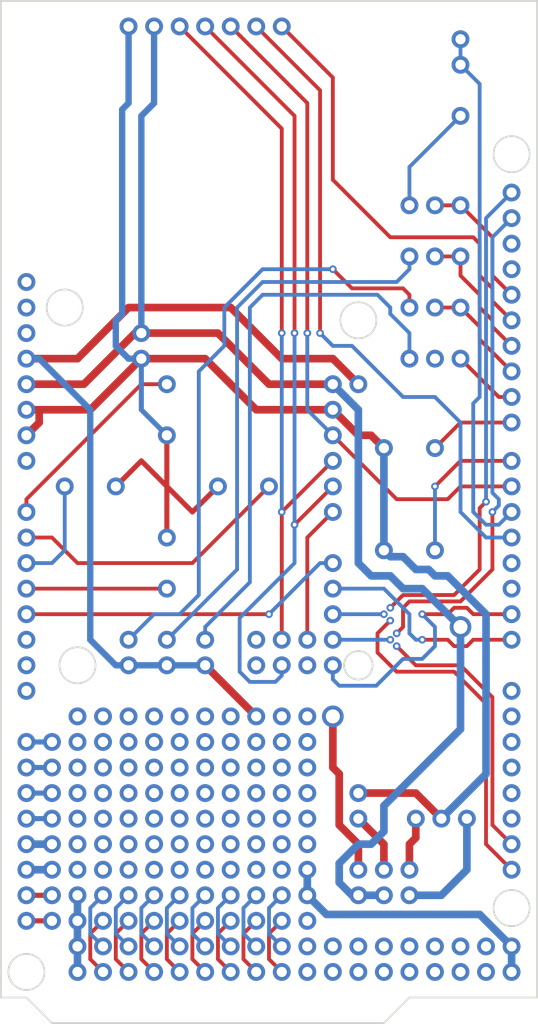
<source format=kicad_pcb>
(kicad_pcb (version 20171130) (host pcbnew "(5.1.9)-1")

  (general
    (thickness 1.6)
    (drawings 73)
    (tracks 625)
    (zones 0)
    (modules 0)
    (nets 1)
  )

  (page User 139.7 215.9)
  (layers
    (0 F.Cu mixed)
    (31 B.Cu mixed)
    (33 F.Adhes user hide)
    (35 F.Paste user hide)
    (37 F.SilkS user hide)
    (38 B.Mask user hide)
    (39 F.Mask user hide)
    (40 Dwgs.User user)
    (41 Cmts.User user hide)
    (42 Eco1.User user hide)
    (43 Eco2.User user hide)
    (44 Edge.Cuts user)
    (45 Margin user hide)
    (46 B.CrtYd user hide)
    (47 F.CrtYd user hide)
    (49 F.Fab user hide)
  )

  (setup
    (last_trace_width 0.762)
    (user_trace_width 0.381)
    (user_trace_width 0.508)
    (user_trace_width 0.635)
    (user_trace_width 0.762)
    (trace_clearance 0.254)
    (zone_clearance 0.508)
    (zone_45_only yes)
    (trace_min 0.1778)
    (via_size 1.524)
    (via_drill 0.889)
    (via_min_size 0.381)
    (via_min_drill 0.2794)
    (user_via 0.762 0.381)
    (user_via 1.27 0.635)
    (user_via 1.778 1.016)
    (user_via 2.286 1.524)
    (uvia_size 0.762)
    (uvia_drill 0.381)
    (uvias_allowed yes)
    (uvia_min_size 0.508)
    (uvia_min_drill 0.254)
    (edge_width 0.1778)
    (segment_width 0.1778)
    (pcb_text_width 0.3)
    (pcb_text_size 1.5 1.5)
    (mod_edge_width 0.1778)
    (mod_text_size 1 1)
    (mod_text_width 0.15)
    (pad_size 1.524 1.524)
    (pad_drill 0.762)
    (pad_to_mask_clearance 0)
    (aux_axis_origin 0 0)
    (grid_origin 8.89 8.89)
    (visible_elements 7FE8B01F)
    (pcbplotparams
      (layerselection 0x01000_ffffffff)
      (usegerberextensions false)
      (usegerberattributes true)
      (usegerberadvancedattributes true)
      (creategerberjobfile true)
      (gerberprecision 5)
      (excludeedgelayer true)
      (linewidth 0.127000)
      (plotframeref true)
      (viasonmask true)
      (mode 1)
      (useauxorigin false)
      (hpglpennumber 1)
      (hpglpenspeed 20)
      (hpglpendiameter 15.000000)
      (psnegative false)
      (psa4output false)
      (plotreference true)
      (plotvalue true)
      (plotinvisibletext false)
      (padsonsilk false)
      (subtractmaskfromsilk true)
      (outputformat 4)
      (mirror false)
      (drillshape 0)
      (scaleselection 1)
      (outputdirectory ""))
  )

  (net 0 "")

  (net_class Default "This is the default net class."
    (clearance 0.254)
    (trace_width 0.381)
    (via_dia 1.524)
    (via_drill 0.889)
    (uvia_dia 0.762)
    (uvia_drill 0.381)
  )

  (gr_line (start 69.215 99.695) (end 61.595 99.695) (layer Dwgs.User) (width 0.1778) (tstamp 60C163E5))
  (gr_line (start 69.215 89.535) (end 69.215 99.695) (layer Dwgs.User) (width 0.1778))
  (gr_line (start 61.595 89.535) (end 69.215 89.535) (layer Dwgs.User) (width 0.1778))
  (gr_line (start 61.595 99.06) (end 61.595 89.535) (layer Dwgs.User) (width 0.1778))
  (gr_line (start 61.595 99.695) (end 61.595 99.06) (layer Dwgs.User) (width 0.1778))
  (gr_line (start 55.88 93.98) (end 58.42 93.98) (layer Dwgs.User) (width 0.1778) (tstamp 60C163A4))
  (gr_line (start 58.42 99.06) (end 58.42 93.98) (layer Dwgs.User) (width 0.1778))
  (gr_line (start 55.88 99.06) (end 58.42 99.06) (layer Dwgs.User) (width 0.1778))
  (gr_line (start 55.88 93.98) (end 55.88 99.06) (layer Dwgs.User) (width 0.1778))
  (gr_circle (center 27.94 46.99) (end 29.21 48.26) (layer Edge.Cuts) (width 0.1778) (tstamp 604DB379))
  (gr_line (start 63.5 101.6) (end 55.88 101.6) (layer Dwgs.User) (width 0.1778) (tstamp 60C161F9))
  (gr_line (start 64.135 102.235) (end 63.5 101.6) (layer Dwgs.User) (width 0.1778))
  (gr_line (start 69.215 102.235) (end 64.135 102.235) (layer Dwgs.User) (width 0.1778))
  (gr_line (start 69.85 102.87) (end 69.215 102.235) (layer Dwgs.User) (width 0.1778))
  (gr_line (start 69.85 105.41) (end 69.85 102.87) (layer Dwgs.User) (width 0.1778))
  (gr_line (start 69.215 106.045) (end 69.85 105.41) (layer Dwgs.User) (width 0.1778))
  (gr_line (start 64.135 106.045) (end 69.215 106.045) (layer Dwgs.User) (width 0.1778))
  (gr_line (start 63.5 106.68) (end 64.135 106.045) (layer Dwgs.User) (width 0.1778))
  (gr_line (start 55.88 106.68) (end 63.5 106.68) (layer Dwgs.User) (width 0.1778))
  (gr_line (start 55.88 101.6) (end 55.88 106.68) (layer Dwgs.User) (width 0.1778))
  (gr_poly (pts (xy 61.595 84.201) (xy 60.325 82.296) (xy 62.23 82.296)) (layer Dwgs.User) (width 0.1))
  (gr_line (start 61.595 81.407) (end 62.865 83.185) (layer Dwgs.User) (width 0.1778))
  (gr_line (start 54.61 87.63) (end 67.31 78.74) (layer Dwgs.User) (width 0.1778))
  (gr_circle (center 57.15 48.26) (end 58.946051 48.26) (layer Edge.Cuts) (width 0.1778))
  (gr_line (start 62.23 115.57) (end 74.93 115.57) (layer Edge.Cuts) (width 0.1778) (tstamp 5FDE6659))
  (gr_line (start 59.69 118.11) (end 26.67 118.11) (layer Edge.Cuts) (width 0.1778) (tstamp 5FDE6656))
  (gr_circle (center 24.13 113.03) (end 25.4 114.3) (layer Edge.Cuts) (width 0.1778))
  (gr_line (start 59.69 118.11) (end 62.23 115.57) (layer Edge.Cuts) (width 0.1778))
  (gr_circle (center 72.39 106.68) (end 73.66 107.95) (layer Edge.Cuts) (width 0.1778))
  (gr_line (start 24.13 115.57) (end 26.67 118.11) (layer Edge.Cuts) (width 0.1778))
  (gr_line (start 21.59 115.57) (end 24.13 115.57) (layer Edge.Cuts) (width 0.1778))
  (gr_circle (center 29.21 82.55) (end 30.48 83.82) (layer Edge.Cuts) (width 0.1778))
  (gr_circle (center 57.15 82.55) (end 58.42 83.185) (layer Edge.Cuts) (width 0.1778))
  (gr_circle (center 72.39 31.75) (end 73.66 30.48) (layer Edge.Cuts) (width 0.1778))
  (gr_line (start 74.93 16.51) (end 21.59 16.51) (layer Edge.Cuts) (width 0.1778) (tstamp 5FC4A363))
  (gr_line (start 74.93 115.57) (end 74.93 16.51) (layer Edge.Cuts) (width 0.1778))
  (gr_line (start 21.59 16.51) (end 21.59 115.57) (layer Edge.Cuts) (width 0.1778))
  (gr_line (start 68.58 49.53) (end 68.58 45.72) (layer Dwgs.User) (width 0.15))
  (gr_line (start 60.96 49.53) (end 68.58 49.53) (layer Dwgs.User) (width 0.15))
  (gr_line (start 68.58 45.72) (end 60.96 45.72) (layer Dwgs.User) (width 0.15) (tstamp 5FC35979))
  (gr_line (start 60.96 45.72) (end 60.96 49.53) (layer Dwgs.User) (width 0.15))
  (gr_line (start 68.58 40.64) (end 60.96 40.64) (layer Dwgs.User) (width 0.15) (tstamp 5FC3595A))
  (gr_line (start 60.96 44.45) (end 68.58 44.45) (layer Dwgs.User) (width 0.15))
  (gr_line (start 60.96 40.64) (end 60.96 44.45) (layer Dwgs.User) (width 0.15))
  (gr_line (start 68.58 44.45) (end 68.58 40.64) (layer Dwgs.User) (width 0.15))
  (gr_line (start 68.58 35.56) (end 60.96 35.56) (layer Dwgs.User) (width 0.15) (tstamp 5FC35953))
  (gr_line (start 60.96 35.56) (end 60.96 39.37) (layer Dwgs.User) (width 0.15))
  (gr_line (start 60.96 39.37) (end 68.58 39.37) (layer Dwgs.User) (width 0.15))
  (gr_line (start 68.58 39.37) (end 68.58 35.56) (layer Dwgs.User) (width 0.15))
  (gr_circle (center 30.48 64.77) (end 33.02 64.77) (layer Dwgs.User) (width 0.15))
  (gr_circle (center 62.23 71.12) (end 64.77 71.12) (layer Dwgs.User) (width 0.15))
  (gr_line (start 25.4 45.72) (end 59.69 45.72) (layer Dwgs.User) (width 0.15))
  (gr_line (start 59.69 22.86) (end 25.4 22.86) (layer Dwgs.User) (width 0.15))
  (gr_line (start 68.58 50.8) (end 60.96 50.8) (layer Dwgs.User) (width 0.15) (tstamp 5FC3597F))
  (gr_line (start 68.58 54.61) (end 68.58 50.8) (layer Dwgs.User) (width 0.15))
  (gr_line (start 60.96 54.61) (end 68.58 54.61) (layer Dwgs.User) (width 0.15))
  (gr_line (start 60.96 50.8) (end 60.96 54.61) (layer Dwgs.User) (width 0.15))
  (gr_circle (center 67.31 24.13) (end 67.31 30.48) (layer Dwgs.User) (width 0.15))
  (gr_circle (center 45.72 64.77) (end 48.26 64.77) (layer Dwgs.User) (width 0.15))
  (gr_circle (center 38.1 72.39) (end 38.1 69.85) (layer Dwgs.User) (width 0.15))
  (gr_circle (center 38.1 57.15) (end 38.1 54.61) (layer Dwgs.User) (width 0.15))
  (gr_circle (center 62.23 60.96) (end 64.77 60.96) (layer Dwgs.User) (width 0.15))
  (gr_line (start 59.69 17.78) (end 25.4 17.78) (layer Dwgs.User) (width 0.15) (tstamp 5FC3435D))
  (gr_line (start 59.69 50.8) (end 59.69 17.78) (layer Dwgs.User) (width 0.15))
  (gr_line (start 25.4 50.8) (end 59.69 50.8) (layer Dwgs.User) (width 0.15))
  (gr_line (start 25.4 17.78) (end 25.4 50.8) (layer Dwgs.User) (width 0.15))
  (gr_line (start 53.34 78.74) (end 45.72 78.74) (layer Dwgs.User) (width 0.15) (tstamp 5FC342E7))
  (gr_line (start 53.34 83.82) (end 53.34 78.74) (layer Dwgs.User) (width 0.15))
  (gr_line (start 45.72 83.82) (end 53.34 83.82) (layer Dwgs.User) (width 0.15))
  (gr_line (start 45.72 78.74) (end 45.72 83.82) (layer Dwgs.User) (width 0.15))
  (gr_circle (center 41.91 81.28) (end 41.91 79.375) (layer Dwgs.User) (width 0.15))
  (gr_circle (center 38.1 81.28) (end 38.1 79.375) (layer Dwgs.User) (width 0.15))
  (gr_circle (center 34.29 81.28) (end 34.29 79.375) (layer Dwgs.User) (width 0.15))

  (via blind (at 49.53 67.31) (size 0.762) (drill 0.381) (layers F.Cu B.Cu) (net 0))
  (segment (start 38.1 59.69) (end 38.1 59.69) (width 0.381) (layer F.Cu) (net 0))
  (segment (start 33.02 64.77) (end 33.02 64.77) (width 0.381) (layer F.Cu) (net 0))
  (segment (start 49.53 82.55) (end 49.53 82.55) (width 0.381) (layer B.Cu) (net 0) (tstamp 5FC45E05))
  (segment (start 27.94 64.77) (end 27.94 64.77) (width 0.381) (layer B.Cu) (net 0) (tstamp 5FC45E01))
  (segment (start 38.1 54.61) (end 38.1 54.61) (width 0.381) (layer F.Cu) (net 0) (tstamp 5FC45DED))
  (segment (start 35.56 54.61) (end 24.13 66.04) (width 0.381) (layer F.Cu) (net 0))
  (segment (start 24.13 66.04) (end 24.13 67.31) (width 0.381) (layer F.Cu) (net 0))
  (segment (start 38.1 74.93) (end 38.1 74.93) (width 0.381) (layer F.Cu) (net 0))
  (segment (start 26.67 72.39) (end 24.13 72.39) (width 0.381) (layer B.Cu) (net 0))
  (segment (start 48.26 64.77) (end 48.26 64.77) (width 0.381) (layer F.Cu) (net 0))
  (segment (start 40.64 72.39) (end 29.21 72.39) (width 0.381) (layer F.Cu) (net 0))
  (segment (start 29.21 72.39) (end 26.67 69.85) (width 0.381) (layer F.Cu) (net 0))
  (segment (start 26.67 69.85) (end 24.13 69.85) (width 0.381) (layer F.Cu) (net 0))
  (via blind (at 50.8 68.58) (size 0.762) (drill 0.381) (layers F.Cu B.Cu) (net 0))
  (segment (start 67.31 64.77) (end 66.04 66.04) (width 0.381) (layer F.Cu) (net 0))
  (segment (start 67.31 62.23) (end 64.77 64.77) (width 0.381) (layer F.Cu) (net 0))
  (via blind (at 64.77 64.77) (size 0.762) (drill 0.381) (layers F.Cu B.Cu) (net 0))
  (segment (start 62.23 52.07) (end 62.23 52.07) (width 0.381) (layer B.Cu) (net 0) (tstamp 5FC36994))
  (segment (start 62.23 46.99) (end 62.23 46.99) (width 0.381) (layer F.Cu) (net 0) (tstamp 5FC36992))
  (segment (start 62.23 41.91) (end 62.23 41.91) (width 0.381) (layer B.Cu) (net 0) (tstamp 5FC3698C))
  (segment (start 62.23 36.83) (end 62.23 36.83) (width 0.381) (layer B.Cu) (net 0) (tstamp 5FC3698A))
  (segment (start 43.815 46.99) (end 43.815 50.8) (width 0.381) (layer B.Cu) (net 0))
  (segment (start 47.625 43.18) (end 43.815 46.99) (width 0.381) (layer B.Cu) (net 0))
  (segment (start 47.625 44.45) (end 45.085 46.99) (width 0.381) (layer B.Cu) (net 0))
  (segment (start 62.23 43.18) (end 60.96 44.45) (width 0.381) (layer B.Cu) (net 0))
  (via (at 49.53 49.53) (size 0.762) (drill 0.381) (layers F.Cu B.Cu) (net 0))
  (segment (start 49.53 49.53) (end 49.53 67.31) (width 0.381) (layer B.Cu) (net 0) (tstamp 5FC36653))
  (via (at 50.8 49.53) (size 0.762) (drill 0.381) (layers F.Cu B.Cu) (net 0))
  (via (at 52.07 49.53) (size 0.762) (drill 0.381) (layers F.Cu B.Cu) (net 0))
  (segment (start 52.07 49.53) (end 52.07 57.15) (width 0.381) (layer B.Cu) (net 0) (tstamp 5FC3664F))
  (segment (start 52.07 57.15) (end 54.61 59.69) (width 0.381) (layer B.Cu) (net 0))
  (segment (start 48.26 54.61) (end 43.18 49.53) (width 0.762) (layer F.Cu) (net 0))
  (segment (start 43.18 49.53) (end 35.56 49.53) (width 0.762) (layer F.Cu) (net 0))
  (segment (start 62.23 33.02) (end 67.31 27.94) (width 0.381) (layer B.Cu) (net 0))
  (segment (start 52.07 69.85) (end 52.07 80.01) (width 0.381) (layer F.Cu) (net 0))
  (segment (start 49.53 67.31) (end 49.53 80.01) (width 0.381) (layer F.Cu) (net 0) (tstamp 5FC35249))
  (segment (start 27.94 71.12) (end 26.67 72.39) (width 0.381) (layer B.Cu) (net 0))
  (segment (start 49.53 80.01) (end 49.53 68.58) (width 0.381) (layer F.Cu) (net 0) (tstamp 5FC36604))
  (segment (start 49.53 82.55) (end 49.53 82.55) (width 0.381) (layer B.Cu) (net 0))
  (segment (start 38.1 69.85) (end 38.1 69.85) (width 0.381) (layer F.Cu) (net 0) (tstamp 5FC45DEF))
  (segment (start 38.1 69.85) (end 38.1 69.85) (width 0.381) (layer F.Cu) (net 0) (tstamp 5FC369FD))
  (segment (start 49.53 82.55) (end 49.53 82.55) (width 0.381) (layer B.Cu) (net 0) (tstamp 5FC36606))
  (via (at 49.53 105.41) (size 1.778) (drill 1.016) (layers F.Cu B.Cu) (net 0))
  (via (at 46.99 105.41) (size 1.778) (drill 1.016) (layers F.Cu B.Cu) (net 0))
  (via (at 44.45 105.41) (size 1.778) (drill 1.016) (layers F.Cu B.Cu) (net 0))
  (via (at 41.91 105.41) (size 1.778) (drill 1.016) (layers F.Cu B.Cu) (net 0))
  (via (at 39.37 105.41) (size 1.778) (drill 1.016) (layers F.Cu B.Cu) (net 0))
  (via (at 36.83 105.41) (size 1.778) (drill 1.016) (layers F.Cu B.Cu) (net 0))
  (via (at 34.29 105.41) (size 1.778) (drill 1.016) (layers F.Cu B.Cu) (net 0))
  (via (at 31.75 105.41) (size 1.778) (drill 1.016) (layers F.Cu B.Cu) (net 0))
  (via (at 29.21 105.41) (size 1.778) (drill 1.016) (layers F.Cu B.Cu) (net 0))
  (via (at 29.21 107.95) (size 1.778) (drill 1.016) (layers F.Cu B.Cu) (net 0))
  (via (at 29.21 110.49) (size 1.778) (drill 1.016) (layers F.Cu B.Cu) (net 0))
  (via (at 29.21 113.03) (size 1.778) (drill 1.016) (layers F.Cu B.Cu) (net 0))
  (via (at 31.75 113.03) (size 1.778) (drill 1.016) (layers F.Cu B.Cu) (net 0))
  (via (at 31.75 110.49) (size 1.778) (drill 1.016) (layers F.Cu B.Cu) (net 0))
  (via (at 31.75 107.95) (size 1.778) (drill 1.016) (layers F.Cu B.Cu) (net 0))
  (via (at 34.29 107.95) (size 1.778) (drill 1.016) (layers F.Cu B.Cu) (net 0))
  (via (at 34.29 110.49) (size 1.778) (drill 1.016) (layers F.Cu B.Cu) (net 0))
  (via (at 34.29 113.03) (size 1.778) (drill 1.016) (layers F.Cu B.Cu) (net 0))
  (via (at 36.83 113.03) (size 1.778) (drill 1.016) (layers F.Cu B.Cu) (net 0))
  (via (at 36.83 110.49) (size 1.778) (drill 1.016) (layers F.Cu B.Cu) (net 0))
  (via (at 36.83 107.95) (size 1.778) (drill 1.016) (layers F.Cu B.Cu) (net 0))
  (via (at 39.37 107.95) (size 1.778) (drill 1.016) (layers F.Cu B.Cu) (net 0))
  (via (at 39.37 110.49) (size 1.778) (drill 1.016) (layers F.Cu B.Cu) (net 0))
  (via (at 39.37 113.03) (size 1.778) (drill 1.016) (layers F.Cu B.Cu) (net 0))
  (via (at 49.53 107.95) (size 1.778) (drill 1.016) (layers F.Cu B.Cu) (net 0))
  (via (at 46.99 107.95) (size 1.778) (drill 1.016) (layers F.Cu B.Cu) (net 0))
  (via (at 44.45 107.95) (size 1.778) (drill 1.016) (layers F.Cu B.Cu) (net 0))
  (via (at 41.91 107.95) (size 1.778) (drill 1.016) (layers F.Cu B.Cu) (net 0))
  (via (at 41.91 110.49) (size 1.778) (drill 1.016) (layers F.Cu B.Cu) (net 0))
  (via (at 41.91 113.03) (size 1.778) (drill 1.016) (layers F.Cu B.Cu) (net 0))
  (via (at 44.45 113.03) (size 1.778) (drill 1.016) (layers F.Cu B.Cu) (net 0))
  (via (at 44.45 110.49) (size 1.778) (drill 1.016) (layers F.Cu B.Cu) (net 0))
  (via (at 49.53 82.55) (size 1.778) (drill 1.016) (layers F.Cu B.Cu) (net 0))
  (via (at 49.53 80.01) (size 1.778) (drill 1.016) (layers F.Cu B.Cu) (net 0))
  (via (at 52.07 80.01) (size 1.778) (drill 1.016) (layers F.Cu B.Cu) (net 0))
  (via (at 52.07 82.55) (size 1.778) (drill 1.016) (layers F.Cu B.Cu) (net 0))
  (via (at 46.99 80.01) (size 1.778) (drill 1.016) (layers F.Cu B.Cu) (net 0))
  (via (at 46.99 82.55) (size 1.778) (drill 1.016) (layers F.Cu B.Cu) (net 0))
  (via (at 54.61 82.55) (size 1.778) (drill 1.016) (layers F.Cu B.Cu) (net 0))
  (via (at 54.61 80.01) (size 1.778) (drill 1.016) (layers F.Cu B.Cu) (net 0))
  (via (at 54.61 77.47) (size 1.778) (drill 1.016) (layers F.Cu B.Cu) (net 0))
  (via (at 54.61 74.93) (size 1.778) (drill 1.016) (layers F.Cu B.Cu) (net 0))
  (via (at 41.91 82.55) (size 1.778) (drill 1.016) (layers F.Cu B.Cu) (net 0))
  (via (at 41.91 80.01) (size 1.778) (drill 1.016) (layers F.Cu B.Cu) (net 0))
  (via (at 38.1 80.01) (size 1.778) (drill 1.016) (layers F.Cu B.Cu) (net 0))
  (via (at 38.1 82.55) (size 1.778) (drill 1.016) (layers F.Cu B.Cu) (net 0))
  (via (at 34.29 80.01) (size 1.778) (drill 1.016) (layers F.Cu B.Cu) (net 0))
  (via (at 24.13 74.93) (size 1.778) (drill 1.016) (layers F.Cu B.Cu) (net 0))
  (via (at 24.13 72.39) (size 1.778) (drill 1.016) (layers F.Cu B.Cu) (net 0))
  (via (at 24.13 69.85) (size 1.778) (drill 1.016) (layers F.Cu B.Cu) (net 0))
  (via (at 24.13 67.31) (size 1.778) (drill 1.016) (layers F.Cu B.Cu) (net 0))
  (via (at 24.13 90.17) (size 1.778) (drill 1.016) (layers F.Cu B.Cu) (net 0))
  (via (at 24.13 85.09) (size 1.778) (drill 1.016) (layers F.Cu B.Cu) (net 0))
  (via (at 24.13 82.55) (size 1.778) (drill 1.016) (layers F.Cu B.Cu) (net 0))
  (via (at 24.13 80.01) (size 1.778) (drill 1.016) (layers F.Cu B.Cu) (net 0))
  (via (at 24.13 92.71) (size 1.778) (drill 1.016) (layers F.Cu B.Cu) (net 0))
  (via (at 26.67 92.71) (size 1.778) (drill 1.016) (layers F.Cu B.Cu) (net 0))
  (via (at 26.67 90.17) (size 1.778) (drill 1.016) (layers F.Cu B.Cu) (net 0))
  (via (at 72.39 80.01) (size 1.778) (drill 1.016) (layers F.Cu B.Cu) (net 0))
  (via (at 72.39 77.47) (size 1.778) (drill 1.016) (layers F.Cu B.Cu) (net 0))
  (via (at 72.39 74.93) (size 1.778) (drill 1.016) (layers F.Cu B.Cu) (net 0))
  (via (at 72.39 72.39) (size 1.778) (drill 1.016) (layers F.Cu B.Cu) (net 0))
  (via (at 72.39 67.31) (size 1.778) (drill 1.016) (layers F.Cu B.Cu) (net 0))
  (segment (start 72.39 64.77) (end 67.31 64.77) (width 0.381) (layer F.Cu) (net 0) (tstamp 5FDE63AB))
  (via (at 72.39 64.77) (size 1.778) (drill 1.016) (layers F.Cu B.Cu) (net 0))
  (segment (start 72.39 62.23) (end 67.31 62.23) (width 0.381) (layer F.Cu) (net 0) (tstamp 5FDE63AD))
  (via (at 72.39 62.23) (size 1.778) (drill 1.016) (layers F.Cu B.Cu) (net 0))
  (via (at 72.39 58.42) (size 1.778) (drill 1.016) (layers F.Cu B.Cu) (net 0))
  (via (at 72.39 55.88) (size 1.778) (drill 1.016) (layers F.Cu B.Cu) (net 0))
  (via (at 72.39 53.34) (size 1.778) (drill 1.016) (layers F.Cu B.Cu) (net 0))
  (via (at 72.39 50.8) (size 1.778) (drill 1.016) (layers F.Cu B.Cu) (net 0))
  (via (at 72.39 48.26) (size 1.778) (drill 1.016) (layers F.Cu B.Cu) (net 0))
  (via (at 72.39 45.72) (size 1.778) (drill 1.016) (layers F.Cu B.Cu) (net 0))
  (via (at 72.39 43.18) (size 1.778) (drill 1.016) (layers F.Cu B.Cu) (net 0))
  (via (at 72.39 40.64) (size 1.778) (drill 1.016) (layers F.Cu B.Cu) (net 0))
  (via (at 72.39 38.1) (size 1.778) (drill 1.016) (layers F.Cu B.Cu) (net 0))
  (via (at 72.39 35.56) (size 1.778) (drill 1.016) (layers F.Cu B.Cu) (net 0))
  (segment (start 64.77 36.83) (end 64.77 36.83) (width 0.381) (layer F.Cu) (net 0) (tstamp 5FDE63BF))
  (via (at 67.31 36.83) (size 1.778) (drill 1.016) (layers F.Cu B.Cu) (net 0))
  (via (at 64.77 36.83) (size 1.778) (drill 1.016) (layers F.Cu B.Cu) (net 0))
  (via (at 62.23 36.83) (size 1.778) (drill 1.016) (layers F.Cu B.Cu) (net 0))
  (via (at 62.23 41.91) (size 1.778) (drill 1.016) (layers F.Cu B.Cu) (net 0))
  (segment (start 62.23 41.91) (end 62.23 43.18) (width 0.381) (layer B.Cu) (net 0) (tstamp 5FDE63C3))
  (via (at 64.77 41.91) (size 1.778) (drill 1.016) (layers F.Cu B.Cu) (net 0))
  (segment (start 64.77 41.91) (end 64.77 41.91) (width 0.381) (layer F.Cu) (net 0) (tstamp 5FDE63C5))
  (via (at 67.31 41.91) (size 1.778) (drill 1.016) (layers F.Cu B.Cu) (net 0))
  (segment (start 64.77 46.99) (end 64.77 46.99) (width 0.381) (layer F.Cu) (net 0) (tstamp 5FDE63C7))
  (via (at 67.31 46.99) (size 1.778) (drill 1.016) (layers F.Cu B.Cu) (net 0))
  (via (at 64.77 46.99) (size 1.778) (drill 1.016) (layers F.Cu B.Cu) (net 0))
  (via (at 62.23 46.99) (size 1.778) (drill 1.016) (layers F.Cu B.Cu) (net 0))
  (via (at 62.23 52.07) (size 1.778) (drill 1.016) (layers F.Cu B.Cu) (net 0))
  (via (at 64.77 52.07) (size 1.778) (drill 1.016) (layers F.Cu B.Cu) (net 0))
  (segment (start 64.77 52.07) (end 64.77 52.07) (width 0.381) (layer F.Cu) (net 0) (tstamp 5FDE63CD))
  (via (at 67.31 52.07) (size 1.778) (drill 1.016) (layers F.Cu B.Cu) (net 0))
  (via (at 64.77 60.96) (size 1.778) (drill 1.016) (layers F.Cu B.Cu) (net 0))
  (via (at 59.69 60.96) (size 1.778) (drill 1.016) (layers F.Cu B.Cu) (net 0))
  (via (at 64.77 71.12) (size 1.778) (drill 1.016) (layers F.Cu B.Cu) (net 0))
  (via (at 59.69 71.12) (size 1.778) (drill 1.016) (layers F.Cu B.Cu) (net 0))
  (segment (start 54.61 67.31) (end 52.07 69.85) (width 0.381) (layer F.Cu) (net 0) (tstamp 5FDE63D7))
  (via (at 54.61 67.31) (size 1.778) (drill 1.016) (layers F.Cu B.Cu) (net 0))
  (segment (start 54.61 64.77) (end 50.8 68.58) (width 0.381) (layer F.Cu) (net 0) (tstamp 5FDE63D9))
  (via (at 54.61 64.77) (size 1.778) (drill 1.016) (layers F.Cu B.Cu) (net 0))
  (segment (start 54.61 62.23) (end 49.53 67.31) (width 0.381) (layer F.Cu) (net 0) (tstamp 5FDE63DB))
  (via (at 54.61 62.23) (size 1.778) (drill 1.016) (layers F.Cu B.Cu) (net 0))
  (via (at 54.61 59.69) (size 1.778) (drill 1.016) (layers F.Cu B.Cu) (net 0))
  (via (at 54.61 57.15) (size 1.778) (drill 1.016) (layers F.Cu B.Cu) (net 0))
  (segment (start 54.61 54.61) (end 48.26 54.61) (width 0.762) (layer F.Cu) (net 0) (tstamp 5FDE63E1))
  (via (at 54.61 54.61) (size 1.778) (drill 1.016) (layers F.Cu B.Cu) (net 0))
  (segment (start 48.26 64.77) (end 40.64 72.39) (width 0.381) (layer F.Cu) (net 0) (tstamp 5FDE63E3))
  (via (at 48.26 64.77) (size 1.778) (drill 1.016) (layers F.Cu B.Cu) (net 0))
  (segment (start 43.18 64.77) (end 43.18 64.77) (width 0.381) (layer F.Cu) (net 0) (tstamp 5FDE63E5))
  (via (at 43.18 64.77) (size 1.778) (drill 1.016) (layers F.Cu B.Cu) (net 0))
  (segment (start 38.1 69.85) (end 38.1 69.85) (width 0.381) (layer F.Cu) (net 0) (tstamp 5FDE63F6))
  (via (at 38.1 69.85) (size 1.778) (drill 1.016) (layers F.Cu B.Cu) (net 0))
  (segment (start 38.1 74.93) (end 24.13 74.93) (width 0.381) (layer F.Cu) (net 0) (tstamp 5FDE63F8))
  (via (at 38.1 74.93) (size 1.778) (drill 1.016) (layers F.Cu B.Cu) (net 0))
  (segment (start 38.1 54.61) (end 35.56 54.61) (width 0.381) (layer F.Cu) (net 0) (tstamp 5FDE63FA))
  (via (at 38.1 54.61) (size 1.778) (drill 1.016) (layers F.Cu B.Cu) (net 0))
  (via (at 38.1 59.69) (size 1.778) (drill 1.016) (layers F.Cu B.Cu) (net 0))
  (via (at 33.02 64.77) (size 1.778) (drill 1.016) (layers F.Cu B.Cu) (net 0))
  (segment (start 27.94 64.77) (end 27.94 71.12) (width 0.381) (layer B.Cu) (net 0) (tstamp 5FDE6400))
  (via (at 27.94 64.77) (size 1.778) (drill 1.016) (layers F.Cu B.Cu) (net 0))
  (via (at 52.07 87.63) (size 1.778) (drill 1.016) (layers F.Cu B.Cu) (net 0))
  (via (at 49.53 87.63) (size 1.778) (drill 1.016) (layers F.Cu B.Cu) (net 0))
  (via (at 46.99 87.63) (size 1.778) (drill 1.016) (layers F.Cu B.Cu) (net 0))
  (via (at 44.45 87.63) (size 1.778) (drill 1.016) (layers F.Cu B.Cu) (net 0))
  (via (at 41.91 87.63) (size 1.778) (drill 1.016) (layers F.Cu B.Cu) (net 0))
  (via (at 39.37 87.63) (size 1.778) (drill 1.016) (layers F.Cu B.Cu) (net 0))
  (via (at 36.83 87.63) (size 1.778) (drill 1.016) (layers F.Cu B.Cu) (net 0))
  (via (at 34.29 87.63) (size 1.778) (drill 1.016) (layers F.Cu B.Cu) (net 0))
  (via (at 31.75 87.63) (size 1.778) (drill 1.016) (layers F.Cu B.Cu) (net 0))
  (via (at 31.75 90.17) (size 1.778) (drill 1.016) (layers F.Cu B.Cu) (net 0))
  (via (at 31.75 92.71) (size 1.778) (drill 1.016) (layers F.Cu B.Cu) (net 0))
  (via (at 31.75 95.25) (size 1.778) (drill 1.016) (layers F.Cu B.Cu) (net 0))
  (via (at 31.75 97.79) (size 1.778) (drill 1.016) (layers F.Cu B.Cu) (net 0))
  (via (at 31.75 100.33) (size 1.778) (drill 1.016) (layers F.Cu B.Cu) (net 0))
  (via (at 31.75 102.87) (size 1.778) (drill 1.016) (layers F.Cu B.Cu) (net 0))
  (via (at 29.21 102.87) (size 1.778) (drill 1.016) (layers F.Cu B.Cu) (net 0))
  (via (at 26.67 102.87) (size 1.778) (drill 1.016) (layers F.Cu B.Cu) (net 0))
  (via (at 26.67 100.33) (size 1.778) (drill 1.016) (layers F.Cu B.Cu) (net 0))
  (via (at 24.13 100.33) (size 1.778) (drill 1.016) (layers F.Cu B.Cu) (net 0))
  (via (at 24.13 97.79) (size 1.778) (drill 1.016) (layers F.Cu B.Cu) (net 0))
  (via (at 26.67 97.79) (size 1.778) (drill 1.016) (layers F.Cu B.Cu) (net 0))
  (via (at 26.67 95.25) (size 1.778) (drill 1.016) (layers F.Cu B.Cu) (net 0))
  (via (at 24.13 95.25) (size 1.778) (drill 1.016) (layers F.Cu B.Cu) (net 0))
  (via (at 26.67 105.41) (size 1.778) (drill 1.016) (layers F.Cu B.Cu) (net 0))
  (via (at 24.13 105.41) (size 1.778) (drill 1.016) (layers F.Cu B.Cu) (net 0))
  (via (at 24.13 107.95) (size 1.778) (drill 1.016) (layers F.Cu B.Cu) (net 0))
  (via (at 24.13 102.87) (size 1.778) (drill 1.016) (layers F.Cu B.Cu) (net 0))
  (via (at 26.67 107.95) (size 1.778) (drill 1.016) (layers F.Cu B.Cu) (net 0))
  (via (at 29.21 100.33) (size 1.778) (drill 1.016) (layers F.Cu B.Cu) (net 0))
  (via (at 29.21 97.79) (size 1.778) (drill 1.016) (layers F.Cu B.Cu) (net 0))
  (via (at 29.21 95.25) (size 1.778) (drill 1.016) (layers F.Cu B.Cu) (net 0))
  (via (at 29.21 92.71) (size 1.778) (drill 1.016) (layers F.Cu B.Cu) (net 0))
  (via (at 29.21 90.17) (size 1.778) (drill 1.016) (layers F.Cu B.Cu) (net 0))
  (via (at 29.21 87.63) (size 1.778) (drill 1.016) (layers F.Cu B.Cu) (net 0))
  (via (at 34.29 90.17) (size 1.778) (drill 1.016) (layers F.Cu B.Cu) (net 0))
  (via (at 36.83 90.17) (size 1.778) (drill 1.016) (layers F.Cu B.Cu) (net 0))
  (via (at 39.37 90.17) (size 1.778) (drill 1.016) (layers F.Cu B.Cu) (net 0))
  (via (at 39.37 92.71) (size 1.778) (drill 1.016) (layers F.Cu B.Cu) (net 0))
  (via (at 36.83 92.71) (size 1.778) (drill 1.016) (layers F.Cu B.Cu) (net 0))
  (via (at 34.29 92.71) (size 1.778) (drill 1.016) (layers F.Cu B.Cu) (net 0))
  (via (at 34.29 95.25) (size 1.778) (drill 1.016) (layers F.Cu B.Cu) (net 0))
  (via (at 34.29 97.79) (size 1.778) (drill 1.016) (layers F.Cu B.Cu) (net 0))
  (via (at 34.29 100.33) (size 1.778) (drill 1.016) (layers F.Cu B.Cu) (net 0))
  (via (at 34.29 102.87) (size 1.778) (drill 1.016) (layers F.Cu B.Cu) (net 0))
  (via (at 36.83 102.87) (size 1.778) (drill 1.016) (layers F.Cu B.Cu) (net 0))
  (via (at 36.83 100.33) (size 1.778) (drill 1.016) (layers F.Cu B.Cu) (net 0))
  (via (at 36.83 97.79) (size 1.778) (drill 1.016) (layers F.Cu B.Cu) (net 0))
  (via (at 36.83 95.25) (size 1.778) (drill 1.016) (layers F.Cu B.Cu) (net 0))
  (via (at 39.37 95.25) (size 1.778) (drill 1.016) (layers F.Cu B.Cu) (net 0))
  (via (at 39.37 97.79) (size 1.778) (drill 1.016) (layers F.Cu B.Cu) (net 0))
  (via (at 39.37 100.33) (size 1.778) (drill 1.016) (layers F.Cu B.Cu) (net 0))
  (via (at 39.37 102.87) (size 1.778) (drill 1.016) (layers F.Cu B.Cu) (net 0))
  (via (at 41.91 102.87) (size 1.778) (drill 1.016) (layers F.Cu B.Cu) (net 0))
  (via (at 44.45 102.87) (size 1.778) (drill 1.016) (layers F.Cu B.Cu) (net 0))
  (via (at 46.99 102.87) (size 1.778) (drill 1.016) (layers F.Cu B.Cu) (net 0))
  (via (at 49.53 102.87) (size 1.778) (drill 1.016) (layers F.Cu B.Cu) (net 0))
  (via (at 49.53 100.33) (size 1.778) (drill 1.016) (layers F.Cu B.Cu) (net 0))
  (via (at 46.99 100.33) (size 1.778) (drill 1.016) (layers F.Cu B.Cu) (net 0))
  (via (at 44.45 100.33) (size 1.778) (drill 1.016) (layers F.Cu B.Cu) (net 0))
  (via (at 41.91 100.33) (size 1.778) (drill 1.016) (layers F.Cu B.Cu) (net 0))
  (via (at 41.91 97.79) (size 1.778) (drill 1.016) (layers F.Cu B.Cu) (net 0))
  (via (at 44.45 97.79) (size 1.778) (drill 1.016) (layers F.Cu B.Cu) (net 0))
  (via (at 46.99 97.79) (size 1.778) (drill 1.016) (layers F.Cu B.Cu) (net 0))
  (via (at 49.53 97.79) (size 1.778) (drill 1.016) (layers F.Cu B.Cu) (net 0))
  (via (at 52.07 107.95) (size 1.778) (drill 1.016) (layers F.Cu B.Cu) (net 0))
  (via (at 49.53 95.25) (size 1.778) (drill 1.016) (layers F.Cu B.Cu) (net 0))
  (via (at 46.99 95.25) (size 1.778) (drill 1.016) (layers F.Cu B.Cu) (net 0))
  (via (at 44.45 95.25) (size 1.778) (drill 1.016) (layers F.Cu B.Cu) (net 0))
  (via (at 41.91 95.25) (size 1.778) (drill 1.016) (layers F.Cu B.Cu) (net 0))
  (via (at 41.91 92.71) (size 1.778) (drill 1.016) (layers F.Cu B.Cu) (net 0))
  (via (at 41.91 90.17) (size 1.778) (drill 1.016) (layers F.Cu B.Cu) (net 0))
  (via (at 44.45 90.17) (size 1.778) (drill 1.016) (layers F.Cu B.Cu) (net 0))
  (via (at 44.45 92.71) (size 1.778) (drill 1.016) (layers F.Cu B.Cu) (net 0))
  (via (at 46.99 92.71) (size 1.778) (drill 1.016) (layers F.Cu B.Cu) (net 0))
  (via (at 46.99 90.17) (size 1.778) (drill 1.016) (layers F.Cu B.Cu) (net 0))
  (via (at 49.53 90.17) (size 1.778) (drill 1.016) (layers F.Cu B.Cu) (net 0))
  (via (at 49.53 92.71) (size 1.778) (drill 1.016) (layers F.Cu B.Cu) (net 0))
  (via (at 52.07 92.71) (size 1.778) (drill 1.016) (layers F.Cu B.Cu) (net 0))
  (via (at 52.07 90.17) (size 1.778) (drill 1.016) (layers F.Cu B.Cu) (net 0))
  (via (at 24.13 62.23) (size 1.778) (drill 1.016) (layers F.Cu B.Cu) (net 0))
  (via (at 24.13 59.69) (size 1.778) (drill 1.016) (layers F.Cu B.Cu) (net 0))
  (via (at 24.13 57.15) (size 1.778) (drill 1.016) (layers F.Cu B.Cu) (net 0))
  (via (at 24.13 54.61) (size 1.778) (drill 1.016) (layers F.Cu B.Cu) (net 0))
  (via (at 24.13 52.07) (size 1.778) (drill 1.016) (layers F.Cu B.Cu) (net 0))
  (via (at 24.13 49.53) (size 1.778) (drill 1.016) (layers F.Cu B.Cu) (net 0))
  (via (at 24.13 46.99) (size 1.778) (drill 1.016) (layers F.Cu B.Cu) (net 0))
  (via (at 24.13 44.45) (size 1.778) (drill 1.016) (layers F.Cu B.Cu) (net 0))
  (via (at 49.53 19.05) (size 1.778) (drill 1.016) (layers F.Cu B.Cu) (net 0))
  (via (at 44.45 19.05) (size 1.778) (drill 1.016) (layers F.Cu B.Cu) (net 0))
  (via (at 41.91 19.05) (size 1.778) (drill 1.016) (layers F.Cu B.Cu) (net 0))
  (via (at 39.37 19.05) (size 1.778) (drill 1.016) (layers F.Cu B.Cu) (net 0))
  (via (at 36.83 19.05) (size 1.778) (drill 1.016) (layers F.Cu B.Cu) (net 0))
  (via (at 34.29 19.05) (size 1.778) (drill 1.016) (layers F.Cu B.Cu) (net 0))
  (via (at 67.31 27.94) (size 1.778) (drill 1.016) (layers F.Cu B.Cu) (net 0))
  (via (at 67.31 20.32) (size 1.778) (drill 1.016) (layers F.Cu B.Cu) (net 0))
  (via (at 57.15 97.79) (size 1.778) (drill 1.016) (layers F.Cu B.Cu) (net 0))
  (via (at 57.15 110.49) (size 1.778) (drill 1.016) (layers F.Cu B.Cu) (net 0))
  (via (at 57.15 113.03) (size 1.778) (drill 1.016) (layers F.Cu B.Cu) (net 0))
  (via (at 59.69 113.03) (size 1.778) (drill 1.016) (layers F.Cu B.Cu) (net 0))
  (via (at 59.69 110.49) (size 1.778) (drill 1.016) (layers F.Cu B.Cu) (net 0))
  (via (at 62.23 110.49) (size 1.778) (drill 1.016) (layers F.Cu B.Cu) (net 0))
  (via (at 62.23 113.03) (size 1.778) (drill 1.016) (layers F.Cu B.Cu) (net 0))
  (via (at 57.15 95.25) (size 1.778) (drill 1.016) (layers F.Cu B.Cu) (net 0))
  (via (at 52.07 105.41) (size 1.778) (drill 1.016) (layers F.Cu B.Cu) (net 0))
  (via (at 46.99 110.49) (size 1.778) (drill 1.016) (layers F.Cu B.Cu) (net 0))
  (via (at 46.99 113.03) (size 1.778) (drill 1.016) (layers F.Cu B.Cu) (net 0))
  (via (at 49.53 110.49) (size 1.778) (drill 1.016) (layers F.Cu B.Cu) (net 0))
  (via (at 49.53 113.03) (size 1.778) (drill 1.016) (layers F.Cu B.Cu) (net 0))
  (via (at 52.07 113.03) (size 1.778) (drill 1.016) (layers F.Cu B.Cu) (net 0))
  (via (at 52.07 110.49) (size 1.778) (drill 1.016) (layers F.Cu B.Cu) (net 0))
  (segment (start 43.815 50.8) (end 41.275 53.34) (width 0.381) (layer B.Cu) (net 0))
  (segment (start 50.8 49.53) (end 50.8 68.58) (width 0.381) (layer B.Cu) (net 0))
  (via (at 67.945 97.79) (size 1.778) (drill 1.016) (layers F.Cu B.Cu) (net 0))
  (via (at 65.405 97.79) (size 1.778) (drill 1.016) (layers F.Cu B.Cu) (net 0))
  (via (at 62.865 97.79) (size 1.778) (drill 1.016) (layers F.Cu B.Cu) (net 0))
  (via (at 67.31 22.86) (size 1.778) (drill 1.016) (layers F.Cu B.Cu) (net 0))
  (segment (start 67.31 22.86) (end 67.31 20.32) (width 0.381) (layer B.Cu) (net 0))
  (segment (start 31.75 113.03) (end 30.48 111.76) (width 0.381) (layer F.Cu) (net 0))
  (segment (start 30.48 111.76) (end 30.48 109.22) (width 0.381) (layer F.Cu) (net 0))
  (segment (start 34.29 113.03) (end 33.02 111.76) (width 0.381) (layer F.Cu) (net 0))
  (segment (start 33.02 111.76) (end 33.02 109.22) (width 0.381) (layer F.Cu) (net 0))
  (segment (start 36.83 113.03) (end 35.56 111.76) (width 0.381) (layer F.Cu) (net 0))
  (segment (start 35.56 111.76) (end 35.56 109.22) (width 0.381) (layer F.Cu) (net 0))
  (segment (start 39.37 113.03) (end 38.1 111.76) (width 0.381) (layer F.Cu) (net 0))
  (segment (start 38.1 111.76) (end 38.1 109.22) (width 0.381) (layer F.Cu) (net 0))
  (segment (start 41.91 113.03) (end 40.64 111.76) (width 0.381) (layer F.Cu) (net 0))
  (segment (start 40.64 111.76) (end 40.64 109.22) (width 0.381) (layer F.Cu) (net 0))
  (segment (start 44.45 113.03) (end 43.18 111.76) (width 0.381) (layer F.Cu) (net 0))
  (segment (start 43.18 111.76) (end 43.18 109.22) (width 0.381) (layer F.Cu) (net 0))
  (segment (start 46.99 113.03) (end 45.72 111.76) (width 0.381) (layer F.Cu) (net 0))
  (segment (start 45.72 111.76) (end 45.72 109.22) (width 0.381) (layer F.Cu) (net 0))
  (segment (start 49.53 113.03) (end 48.26 111.76) (width 0.381) (layer F.Cu) (net 0))
  (segment (start 48.26 111.76) (end 48.26 109.22) (width 0.381) (layer F.Cu) (net 0))
  (segment (start 31.75 110.49) (end 30.48 109.22) (width 0.381) (layer B.Cu) (net 0))
  (segment (start 34.29 110.49) (end 33.02 109.22) (width 0.381) (layer B.Cu) (net 0))
  (segment (start 36.83 110.49) (end 35.56 109.22) (width 0.381) (layer B.Cu) (net 0))
  (segment (start 38.1 109.22) (end 39.37 110.49) (width 0.381) (layer B.Cu) (net 0))
  (segment (start 41.91 110.49) (end 40.64 109.22) (width 0.381) (layer B.Cu) (net 0))
  (segment (start 43.18 109.22) (end 44.45 110.49) (width 0.381) (layer B.Cu) (net 0))
  (segment (start 46.99 110.49) (end 45.72 109.22) (width 0.381) (layer B.Cu) (net 0))
  (segment (start 48.26 109.22) (end 49.53 110.49) (width 0.381) (layer B.Cu) (net 0))
  (segment (start 49.53 29.21) (end 39.37 19.05) (width 0.381) (layer F.Cu) (net 0))
  (segment (start 49.53 49.53) (end 49.53 29.21) (width 0.381) (layer F.Cu) (net 0))
  (segment (start 50.8 27.94) (end 41.91 19.05) (width 0.381) (layer F.Cu) (net 0))
  (segment (start 50.8 49.53) (end 50.8 27.94) (width 0.381) (layer F.Cu) (net 0))
  (segment (start 52.07 26.67) (end 44.45 19.05) (width 0.381) (layer F.Cu) (net 0))
  (segment (start 52.07 49.53) (end 52.07 26.67) (width 0.381) (layer F.Cu) (net 0))
  (segment (start 54.61 24.13) (end 49.53 19.05) (width 0.381) (layer F.Cu) (net 0))
  (segment (start 54.61 34.29) (end 54.61 24.13) (width 0.381) (layer F.Cu) (net 0))
  (segment (start 24.13 59.69) (end 25.4 58.42) (width 0.762) (layer F.Cu) (net 0))
  (segment (start 25.4 58.42) (end 25.4 57.15) (width 0.762) (layer F.Cu) (net 0))
  (segment (start 60.96 66.04) (end 54.61 59.69) (width 0.381) (layer F.Cu) (net 0))
  (segment (start 60.96 66.04) (end 66.04 66.04) (width 0.381) (layer F.Cu) (net 0) (tstamp 601AB4D7))
  (segment (start 47.625 44.45) (end 60.96 44.45) (width 0.381) (layer B.Cu) (net 0))
  (segment (start 47.625 43.18) (end 54.61 43.18) (width 0.381) (layer B.Cu) (net 0))
  (via (at 24.13 77.47) (size 1.778) (drill 1.016) (layers F.Cu B.Cu) (net 0))
  (via (at 54.61 72.39) (size 1.778) (drill 1.016) (layers F.Cu B.Cu) (net 0))
  (via blind (at 48.26 77.47) (size 0.762) (drill 0.381) (layers F.Cu B.Cu) (net 0))
  (segment (start 54.61 72.39) (end 53.34 72.39) (width 0.381) (layer B.Cu) (net 0))
  (segment (start 53.34 72.39) (end 48.26 77.47) (width 0.381) (layer B.Cu) (net 0))
  (via (at 34.29 82.55) (size 1.778) (drill 1.016) (layers F.Cu B.Cu) (net 0))
  (segment (start 25.4 52.07) (end 30.48 57.15) (width 0.635) (layer B.Cu) (net 0))
  (segment (start 24.13 52.07) (end 25.4 52.07) (width 0.635) (layer B.Cu) (net 0))
  (segment (start 35.56 57.15) (end 38.1 59.69) (width 0.508) (layer B.Cu) (net 0))
  (segment (start 35.56 52.07) (end 35.56 52.07) (width 0.508) (layer B.Cu) (net 0))
  (segment (start 40.64 67.31) (end 43.18 64.77) (width 0.508) (layer F.Cu) (net 0))
  (segment (start 33.02 64.77) (end 35.56 62.23) (width 0.508) (layer F.Cu) (net 0))
  (segment (start 35.56 62.23) (end 40.64 67.31) (width 0.508) (layer F.Cu) (net 0))
  (segment (start 38.1 59.69) (end 38.1 69.85) (width 0.508) (layer F.Cu) (net 0))
  (via blind (at 54.61 43.18) (size 0.762) (drill 0.381) (layers F.Cu B.Cu) (net 0))
  (segment (start 54.61 54.61) (end 57.15 57.15) (width 0.762) (layer B.Cu) (net 0))
  (segment (start 48.26 77.47) (end 24.13 77.47) (width 0.381) (layer F.Cu) (net 0))
  (segment (start 30.48 57.15) (end 30.48 80.01) (width 0.635) (layer B.Cu) (net 0))
  (segment (start 30.48 80.01) (end 33.02 82.55) (width 0.635) (layer B.Cu) (net 0))
  (segment (start 33.02 82.55) (end 34.29 82.55) (width 0.635) (layer B.Cu) (net 0))
  (segment (start 34.29 82.55) (end 38.1 82.55) (width 0.635) (layer B.Cu) (net 0))
  (segment (start 38.1 82.55) (end 41.91 82.55) (width 0.635) (layer B.Cu) (net 0))
  (segment (start 34.29 80.01) (end 36.83 77.47) (width 0.381) (layer B.Cu) (net 0))
  (segment (start 36.83 77.47) (end 39.37 77.47) (width 0.381) (layer B.Cu) (net 0))
  (segment (start 39.37 77.47) (end 41.275 75.565) (width 0.381) (layer B.Cu) (net 0))
  (segment (start 38.1 80.01) (end 45.085 73.025) (width 0.381) (layer B.Cu) (net 0))
  (segment (start 45.085 46.99) (end 45.085 73.025) (width 0.381) (layer B.Cu) (net 0))
  (segment (start 41.91 80.01) (end 41.91 78.74) (width 0.381) (layer B.Cu) (net 0))
  (segment (start 41.91 78.74) (end 46.355 74.295) (width 0.381) (layer B.Cu) (net 0))
  (segment (start 41.275 75.565) (end 41.275 53.34) (width 0.381) (layer B.Cu) (net 0))
  (segment (start 70.485 43.815) (end 72.39 45.72) (width 0.381) (layer F.Cu) (net 0))
  (segment (start 70.485 40.005) (end 70.485 43.815) (width 0.381) (layer F.Cu) (net 0))
  (segment (start 54.61 34.29) (end 60.325 40.005) (width 0.381) (layer F.Cu) (net 0))
  (segment (start 60.325 40.005) (end 68.58 40.005) (width 0.381) (layer F.Cu) (net 0))
  (segment (start 68.58 40.005) (end 69.215 40.64) (width 0.381) (layer F.Cu) (net 0))
  (segment (start 69.215 40.64) (end 69.215 43.815) (width 0.381) (layer F.Cu) (net 0))
  (segment (start 69.215 43.815) (end 70.485 45.085) (width 0.381) (layer F.Cu) (net 0))
  (segment (start 70.485 46.355) (end 72.39 48.26) (width 0.381) (layer F.Cu) (net 0))
  (segment (start 70.485 45.085) (end 70.485 46.355) (width 0.381) (layer F.Cu) (net 0))
  (segment (start 70.485 48.895) (end 72.39 50.8) (width 0.381) (layer F.Cu) (net 0))
  (segment (start 69.215 46.99) (end 69.215 45.72) (width 0.381) (layer F.Cu) (net 0))
  (segment (start 70.485 48.26) (end 69.215 46.99) (width 0.381) (layer F.Cu) (net 0))
  (segment (start 62.23 46.99) (end 62.23 45.72) (width 0.381) (layer F.Cu) (net 0))
  (segment (start 62.23 45.72) (end 61.595 45.085) (width 0.381) (layer F.Cu) (net 0))
  (segment (start 56.515 45.085) (end 54.61 43.18) (width 0.381) (layer F.Cu) (net 0))
  (segment (start 61.595 45.085) (end 56.515 45.085) (width 0.381) (layer F.Cu) (net 0))
  (segment (start 62.23 36.83) (end 62.23 33.02) (width 0.381) (layer B.Cu) (net 0))
  (segment (start 38.1 106.68) (end 38.1 109.22) (width 0.381) (layer B.Cu) (net 0))
  (segment (start 40.64 106.68) (end 41.91 105.41) (width 0.381) (layer B.Cu) (net 0))
  (segment (start 40.64 109.22) (end 40.64 106.68) (width 0.381) (layer B.Cu) (net 0))
  (segment (start 39.37 105.41) (end 38.1 106.68) (width 0.381) (layer B.Cu) (net 0))
  (segment (start 44.45 105.41) (end 43.18 106.68) (width 0.381) (layer B.Cu) (net 0))
  (segment (start 49.53 105.41) (end 48.26 106.68) (width 0.381) (layer B.Cu) (net 0))
  (segment (start 45.72 106.68) (end 46.99 105.41) (width 0.381) (layer B.Cu) (net 0))
  (segment (start 43.18 106.68) (end 43.18 109.22) (width 0.381) (layer B.Cu) (net 0))
  (segment (start 45.72 109.22) (end 45.72 106.68) (width 0.381) (layer B.Cu) (net 0))
  (segment (start 48.26 106.68) (end 48.26 109.22) (width 0.381) (layer B.Cu) (net 0))
  (segment (start 38.1 109.22) (end 39.37 107.95) (width 0.381) (layer F.Cu) (net 0))
  (segment (start 30.48 106.68) (end 31.75 105.41) (width 0.381) (layer B.Cu) (net 0))
  (segment (start 30.48 109.22) (end 30.48 106.68) (width 0.381) (layer B.Cu) (net 0))
  (segment (start 35.56 109.22) (end 36.83 107.95) (width 0.381) (layer F.Cu) (net 0))
  (segment (start 43.18 109.22) (end 44.45 107.95) (width 0.381) (layer F.Cu) (net 0))
  (segment (start 40.64 109.22) (end 41.91 107.95) (width 0.381) (layer F.Cu) (net 0))
  (segment (start 33.02 109.22) (end 34.29 107.95) (width 0.381) (layer F.Cu) (net 0))
  (segment (start 30.48 109.22) (end 31.75 107.95) (width 0.381) (layer F.Cu) (net 0))
  (segment (start 35.56 106.68) (end 36.83 105.41) (width 0.381) (layer B.Cu) (net 0))
  (segment (start 45.72 109.22) (end 46.99 107.95) (width 0.381) (layer F.Cu) (net 0))
  (segment (start 48.26 109.22) (end 49.53 107.95) (width 0.381) (layer F.Cu) (net 0))
  (segment (start 35.56 109.22) (end 35.56 106.68) (width 0.381) (layer B.Cu) (net 0))
  (segment (start 33.02 106.68) (end 34.29 105.41) (width 0.381) (layer B.Cu) (net 0))
  (segment (start 33.02 109.22) (end 33.02 106.68) (width 0.381) (layer B.Cu) (net 0))
  (segment (start 64.77 64.77) (end 64.77 71.12) (width 0.381) (layer B.Cu) (net 0))
  (segment (start 67.31 58.42) (end 64.77 60.96) (width 0.381) (layer F.Cu) (net 0))
  (segment (start 72.39 58.42) (end 67.31 58.42) (width 0.381) (layer F.Cu) (net 0))
  (segment (start 59.69 60.96) (end 59.69 71.12) (width 0.762) (layer B.Cu) (net 0))
  (segment (start 60.325 73.66) (end 61.595 74.93) (width 0.762) (layer B.Cu) (net 0))
  (via (at 59.69 77.47) (size 0.762) (drill 0.381) (layers F.Cu B.Cu) (net 0))
  (segment (start 57.15 72.39) (end 58.42 73.66) (width 0.762) (layer B.Cu) (net 0))
  (segment (start 57.15 57.15) (end 57.15 72.39) (width 0.762) (layer B.Cu) (net 0))
  (via (at 72.39 102.87) (size 1.778) (drill 1.016) (layers F.Cu B.Cu) (net 0))
  (via (at 72.39 100.33) (size 1.778) (drill 1.016) (layers F.Cu B.Cu) (net 0))
  (via (at 72.39 97.79) (size 1.778) (drill 1.016) (layers F.Cu B.Cu) (net 0))
  (via (at 72.39 95.25) (size 1.778) (drill 1.016) (layers F.Cu B.Cu) (net 0))
  (via (at 72.39 92.71) (size 1.778) (drill 1.016) (layers F.Cu B.Cu) (net 0))
  (via (at 72.39 90.17) (size 1.778) (drill 1.016) (layers F.Cu B.Cu) (net 0))
  (via (at 72.39 87.63) (size 1.778) (drill 1.016) (layers F.Cu B.Cu) (net 0))
  (via (at 72.39 85.09) (size 1.778) (drill 1.016) (layers F.Cu B.Cu) (net 0))
  (segment (start 46.355 74.295) (end 46.355 46.99) (width 0.381) (layer B.Cu) (net 0))
  (segment (start 46.355 46.99) (end 47.625 45.72) (width 0.381) (layer B.Cu) (net 0))
  (segment (start 47.625 45.72) (end 59.055 45.72) (width 0.381) (layer B.Cu) (net 0))
  (segment (start 59.055 45.72) (end 60.325 46.99) (width 0.381) (layer B.Cu) (net 0))
  (segment (start 60.325 46.99) (end 60.325 47.625) (width 0.381) (layer B.Cu) (net 0))
  (segment (start 60.325 47.625) (end 62.23 49.53) (width 0.381) (layer B.Cu) (net 0))
  (segment (start 62.23 49.53) (end 62.23 52.07) (width 0.381) (layer B.Cu) (net 0))
  (segment (start 63.5 74.93) (end 67.31 78.74) (width 0.762) (layer B.Cu) (net 0))
  (segment (start 66.04 73.66) (end 69.85 77.47) (width 0.762) (layer B.Cu) (net 0))
  (via (at 62.23 102.87) (size 1.778) (drill 1.016) (layers F.Cu B.Cu) (net 0))
  (via (at 59.69 102.87) (size 1.778) (drill 1.016) (layers F.Cu B.Cu) (net 0))
  (via (at 57.15 102.87) (size 1.778) (drill 1.016) (layers F.Cu B.Cu) (net 0))
  (via (at 57.15 105.41) (size 1.778) (drill 1.016) (layers F.Cu B.Cu) (net 0))
  (via (at 59.69 105.41) (size 1.778) (drill 1.016) (layers F.Cu B.Cu) (net 0))
  (via (at 62.23 105.41) (size 1.778) (drill 1.016) (layers F.Cu B.Cu) (net 0))
  (via (at 54.61 110.49) (size 1.778) (drill 1.016) (layers F.Cu B.Cu) (net 0))
  (via (at 54.61 113.03) (size 1.778) (drill 1.016) (layers F.Cu B.Cu) (net 0))
  (via (at 64.77 113.03) (size 1.778) (drill 1.016) (layers F.Cu B.Cu) (net 0))
  (via (at 64.77 110.49) (size 1.778) (drill 1.016) (layers F.Cu B.Cu) (net 0))
  (via (at 67.31 110.49) (size 1.778) (drill 1.016) (layers F.Cu B.Cu) (net 0))
  (via (at 67.31 113.03) (size 1.778) (drill 1.016) (layers F.Cu B.Cu) (net 0))
  (via (at 69.85 113.03) (size 1.778) (drill 1.016) (layers F.Cu B.Cu) (net 0))
  (via (at 69.85 110.49) (size 1.778) (drill 1.016) (layers F.Cu B.Cu) (net 0))
  (via (at 72.39 110.49) (size 1.778) (drill 1.016) (layers F.Cu B.Cu) (net 0))
  (via (at 72.39 113.03) (size 1.778) (drill 1.016) (layers F.Cu B.Cu) (net 0))
  (segment (start 72.39 102.87) (end 69.85 100.33) (width 0.381) (layer F.Cu) (net 0))
  (segment (start 69.85 93.345) (end 65.405 97.79) (width 0.762) (layer B.Cu) (net 0))
  (segment (start 69.85 77.47) (end 69.85 93.345) (width 0.762) (layer B.Cu) (net 0))
  (segment (start 67.31 78.74) (end 67.31 88.9) (width 0.762) (layer B.Cu) (net 0))
  (via (at 52.07 95.25) (size 1.778) (drill 1.016) (layers F.Cu B.Cu) (net 0))
  (via (at 52.07 97.79) (size 1.778) (drill 1.016) (layers F.Cu B.Cu) (net 0))
  (via (at 52.07 100.33) (size 1.778) (drill 1.016) (layers F.Cu B.Cu) (net 0))
  (via (at 52.07 102.87) (size 1.778) (drill 1.016) (layers F.Cu B.Cu) (net 0))
  (segment (start 65.405 97.79) (end 62.865 95.25) (width 0.762) (layer F.Cu) (net 0))
  (segment (start 59.69 100.33) (end 59.69 102.87) (width 0.762) (layer F.Cu) (net 0))
  (segment (start 57.15 97.79) (end 59.69 100.33) (width 0.762) (layer F.Cu) (net 0))
  (segment (start 62.865 95.25) (end 57.15 95.25) (width 0.762) (layer F.Cu) (net 0))
  (segment (start 57.15 102.87) (end 57.15 100.33) (width 0.762) (layer F.Cu) (net 0))
  (segment (start 57.15 100.33) (end 55.245 98.425) (width 0.762) (layer F.Cu) (net 0))
  (segment (start 55.245 98.425) (end 55.245 93.345) (width 0.762) (layer F.Cu) (net 0))
  (segment (start 55.245 93.345) (end 54.61 92.71) (width 0.762) (layer F.Cu) (net 0))
  (segment (start 54.61 92.71) (end 54.61 87.63) (width 0.762) (layer F.Cu) (net 0))
  (segment (start 62.23 102.87) (end 62.23 100.33) (width 0.762) (layer F.Cu) (net 0))
  (segment (start 62.23 100.33) (end 62.865 99.695) (width 0.762) (layer F.Cu) (net 0))
  (segment (start 62.865 99.695) (end 62.865 97.79) (width 0.762) (layer F.Cu) (net 0))
  (segment (start 67.31 88.9) (end 59.69 96.52) (width 0.762) (layer B.Cu) (net 0))
  (segment (start 59.69 96.52) (end 59.69 99.06) (width 0.762) (layer B.Cu) (net 0))
  (segment (start 59.69 99.06) (end 58.42 100.33) (width 0.762) (layer B.Cu) (net 0))
  (segment (start 57.15 105.41) (end 59.69 105.41) (width 0.762) (layer B.Cu) (net 0))
  (segment (start 62.23 105.41) (end 65.405 105.41) (width 0.762) (layer B.Cu) (net 0))
  (segment (start 65.405 105.41) (end 67.945 102.87) (width 0.762) (layer B.Cu) (net 0))
  (segment (start 67.945 102.87) (end 67.945 97.79) (width 0.762) (layer B.Cu) (net 0))
  (segment (start 72.39 80.01) (end 68.58 80.01) (width 0.381) (layer F.Cu) (net 0))
  (segment (start 68.58 80.01) (end 67.945 80.645) (width 0.381) (layer F.Cu) (net 0))
  (segment (start 67.945 80.645) (end 66.675 80.645) (width 0.381) (layer F.Cu) (net 0))
  (segment (start 66.675 80.645) (end 66.04 80.01) (width 0.381) (layer F.Cu) (net 0))
  (segment (start 72.39 77.47) (end 68.58 77.47) (width 0.381) (layer F.Cu) (net 0))
  (segment (start 68.58 77.47) (end 67.945 76.835) (width 0.381) (layer F.Cu) (net 0))
  (segment (start 67.945 76.835) (end 66.675 76.835) (width 0.381) (layer F.Cu) (net 0))
  (segment (start 66.675 76.835) (end 66.04 77.47) (width 0.381) (layer F.Cu) (net 0))
  (segment (start 59.69 60.96) (end 58.42 59.69) (width 0.762) (layer F.Cu) (net 0))
  (segment (start 58.42 59.69) (end 57.15 59.69) (width 0.762) (layer F.Cu) (net 0))
  (segment (start 57.15 59.69) (end 54.61 57.15) (width 0.762) (layer F.Cu) (net 0))
  (segment (start 69.85 38.1) (end 72.39 35.56) (width 0.381) (layer B.Cu) (net 0))
  (segment (start 72.39 38.1) (end 70.485 40.005) (width 0.381) (layer B.Cu) (net 0))
  (segment (start 72.39 67.31) (end 71.12 68.58) (width 0.381) (layer B.Cu) (net 0))
  (segment (start 71.12 66.675) (end 71.12 66.04) (width 0.381) (layer B.Cu) (net 0))
  (segment (start 71.12 66.04) (end 70.485 65.405) (width 0.381) (layer B.Cu) (net 0))
  (segment (start 70.485 65.405) (end 70.485 40.005) (width 0.381) (layer B.Cu) (net 0))
  (segment (start 70.485 67.31) (end 71.12 66.675) (width 0.381) (layer B.Cu) (net 0) (tstamp 604DA6BC))
  (via blind (at 70.485 67.31) (size 0.762) (drill 0.381) (layers F.Cu B.Cu) (net 0))
  (via blind (at 69.85 66.294) (size 0.762) (drill 0.381) (layers F.Cu B.Cu) (net 0))
  (segment (start 71.12 68.58) (end 69.85 68.58) (width 0.381) (layer B.Cu) (net 0))
  (segment (start 69.85 68.58) (end 68.58 67.31) (width 0.381) (layer B.Cu) (net 0))
  (segment (start 68.58 67.31) (end 68.58 56.515) (width 0.381) (layer B.Cu) (net 0))
  (segment (start 68.58 56.515) (end 69.215 55.88) (width 0.381) (layer B.Cu) (net 0))
  (segment (start 69.215 55.88) (end 69.215 24.765) (width 0.381) (layer B.Cu) (net 0))
  (segment (start 67.31 22.86) (end 69.215 24.765) (width 0.381) (layer B.Cu) (net 0))
  (segment (start 69.85 38.1) (end 69.85 66.294) (width 0.381) (layer B.Cu) (net 0))
  (segment (start 69.85 66.294) (end 69.215 66.929) (width 0.381) (layer F.Cu) (net 0))
  (segment (start 69.215 66.929) (end 69.215 73.025) (width 0.381) (layer F.Cu) (net 0))
  (segment (start 69.215 73.025) (end 66.675 75.565) (width 0.381) (layer F.Cu) (net 0))
  (segment (start 67.31 76.2) (end 62.23 76.2) (width 0.381) (layer F.Cu) (net 0))
  (segment (start 70.485 73.025) (end 67.31 76.2) (width 0.381) (layer F.Cu) (net 0))
  (segment (start 70.485 67.31) (end 70.485 73.025) (width 0.381) (layer F.Cu) (net 0))
  (segment (start 59.69 77.47) (end 54.61 77.47) (width 0.381) (layer B.Cu) (net 0))
  (segment (start 54.61 80.01) (end 60.325 80.01) (width 0.381) (layer B.Cu) (net 0))
  (segment (start 61.595 75.565) (end 66.675 75.565) (width 0.381) (layer F.Cu) (net 0))
  (segment (start 61.595 78.74) (end 61.595 76.835) (width 0.381) (layer F.Cu) (net 0))
  (segment (start 61.595 76.835) (end 62.23 76.2) (width 0.381) (layer F.Cu) (net 0))
  (segment (start 60.96 83.185) (end 59.055 81.28) (width 0.381) (layer F.Cu) (net 0))
  (segment (start 59.055 81.28) (end 59.055 79.375) (width 0.381) (layer F.Cu) (net 0))
  (segment (start 59.055 79.375) (end 60.325 78.105) (width 0.381) (layer F.Cu) (net 0))
  (segment (start 70.485 85.725) (end 67.31 82.55) (width 0.381) (layer F.Cu) (net 0))
  (segment (start 62.865 82.55) (end 60.96 80.645) (width 0.381) (layer F.Cu) (net 0))
  (segment (start 67.31 82.55) (end 62.865 82.55) (width 0.381) (layer F.Cu) (net 0))
  (segment (start 62.865 80.01) (end 62.23 79.375) (width 0.381) (layer B.Cu) (net 0))
  (segment (start 62.23 79.375) (end 62.23 77.47) (width 0.381) (layer B.Cu) (net 0))
  (segment (start 59.69 74.93) (end 54.61 74.93) (width 0.381) (layer B.Cu) (net 0))
  (segment (start 62.23 77.47) (end 59.69 74.93) (width 0.381) (layer B.Cu) (net 0))
  (segment (start 54.61 83.947) (end 55.245 84.582) (width 0.381) (layer B.Cu) (net 0))
  (segment (start 66.04 77.47) (end 63.5 77.47) (width 0.381) (layer F.Cu) (net 0))
  (segment (start 66.04 80.01) (end 63.5 80.01) (width 0.381) (layer F.Cu) (net 0))
  (segment (start 60.96 83.185) (end 66.675 83.185) (width 0.381) (layer F.Cu) (net 0))
  (segment (start 66.675 83.185) (end 69.85 86.36) (width 0.381) (layer F.Cu) (net 0))
  (segment (start 69.85 86.36) (end 69.85 100.33) (width 0.381) (layer F.Cu) (net 0))
  (segment (start 52.07 102.87) (end 52.07 105.41) (width 0.762) (layer B.Cu) (net 0))
  (segment (start 52.07 105.41) (end 53.975 107.315) (width 0.762) (layer B.Cu) (net 0))
  (segment (start 53.975 107.315) (end 69.215 107.315) (width 0.762) (layer B.Cu) (net 0))
  (segment (start 69.215 107.315) (end 72.39 110.49) (width 0.762) (layer B.Cu) (net 0))
  (segment (start 72.39 113.03) (end 72.39 110.49) (width 0.762) (layer B.Cu) (net 0))
  (segment (start 29.21 105.41) (end 29.21 113.03) (width 0.762) (layer B.Cu) (net 0))
  (segment (start 60.325 76.835) (end 61.595 75.565) (width 0.381) (layer F.Cu) (net 0) (tstamp 604DAE13))
  (via (at 60.325 76.835) (size 0.762) (drill 0.381) (layers F.Cu B.Cu) (net 0))
  (segment (start 63.5 80.01) (end 62.865 80.01) (width 0.381) (layer B.Cu) (net 0) (tstamp 604DAF07))
  (via blind (at 63.5 80.01) (size 0.762) (drill 0.381) (layers F.Cu B.Cu) (net 0))
  (via blind (at 63.5 77.47) (size 0.762) (drill 0.381) (layers F.Cu B.Cu) (net 0))
  (segment (start 60.96 79.375) (end 61.595 78.74) (width 0.381) (layer F.Cu) (net 0) (tstamp 604DAF0B))
  (via (at 60.96 79.375) (size 0.762) (drill 0.381) (layers F.Cu B.Cu) (net 0))
  (via (at 60.325 80.01) (size 0.762) (drill 0.381) (layers F.Cu B.Cu) (net 0))
  (via (at 60.96 80.645) (size 0.762) (drill 0.381) (layers F.Cu B.Cu) (net 0))
  (via (at 60.325 78.105) (size 0.762) (drill 0.381) (layers F.Cu B.Cu) (net 0))
  (segment (start 24.13 97.79) (end 26.67 97.79) (width 0.508) (layer B.Cu) (net 0))
  (segment (start 24.13 95.25) (end 26.67 95.25) (width 0.508) (layer B.Cu) (net 0))
  (segment (start 24.13 92.71) (end 26.67 92.71) (width 0.508) (layer B.Cu) (net 0))
  (segment (start 24.13 90.17) (end 26.67 90.17) (width 0.508) (layer B.Cu) (net 0))
  (segment (start 24.13 105.41) (end 26.67 105.41) (width 0.508) (layer F.Cu) (net 0))
  (segment (start 24.13 107.95) (end 26.67 107.95) (width 0.508) (layer F.Cu) (net 0))
  (segment (start 24.13 100.33) (end 26.67 100.33) (width 0.762) (layer B.Cu) (net 0))
  (segment (start 24.13 102.87) (end 26.67 102.87) (width 0.762) (layer B.Cu) (net 0))
  (segment (start 35.56 52.07) (end 35.56 57.15) (width 0.508) (layer B.Cu) (net 0) (tstamp 604DB1A0))
  (via (at 35.56 52.07) (size 1.778) (drill 1.016) (layers F.Cu B.Cu) (net 0))
  (via (at 35.56 49.53) (size 1.778) (drill 1.016) (layers F.Cu B.Cu) (net 0))
  (segment (start 35.56 49.53) (end 35.56 27.94) (width 0.635) (layer B.Cu) (net 0))
  (segment (start 36.83 26.67) (end 36.83 19.05) (width 0.635) (layer B.Cu) (net 0))
  (segment (start 35.56 27.94) (end 36.83 26.67) (width 0.635) (layer B.Cu) (net 0))
  (segment (start 34.29 19.05) (end 34.29 26.67) (width 0.635) (layer B.Cu) (net 0))
  (segment (start 34.29 26.67) (end 33.655 27.305) (width 0.635) (layer B.Cu) (net 0))
  (segment (start 33.655 27.305) (end 33.655 47.625) (width 0.635) (layer B.Cu) (net 0))
  (segment (start 33.655 47.625) (end 33.02 48.26) (width 0.635) (layer B.Cu) (net 0))
  (segment (start 33.02 48.26) (end 33.02 50.8) (width 0.635) (layer B.Cu) (net 0))
  (segment (start 33.02 50.8) (end 34.29 52.07) (width 0.635) (layer B.Cu) (net 0))
  (segment (start 34.29 52.07) (end 35.56 52.07) (width 0.635) (layer B.Cu) (net 0))
  (via (at 57.15 54.61) (size 1.778) (drill 1.016) (layers F.Cu B.Cu) (net 0))
  (segment (start 57.15 54.61) (end 54.61 52.07) (width 0.762) (layer F.Cu) (net 0))
  (segment (start 54.61 52.07) (end 49.53 52.07) (width 0.762) (layer F.Cu) (net 0))
  (segment (start 49.53 52.07) (end 44.45 46.99) (width 0.762) (layer F.Cu) (net 0))
  (via (at 46.99 19.05) (size 1.778) (drill 1.016) (layers F.Cu B.Cu) (net 0))
  (via (at 53.34 49.53) (size 0.762) (drill 0.381) (layers F.Cu B.Cu) (net 0))
  (segment (start 56.515 50.8) (end 54.61 50.8) (width 0.381) (layer B.Cu) (net 0))
  (segment (start 54.61 50.8) (end 53.34 49.53) (width 0.381) (layer B.Cu) (net 0))
  (segment (start 72.39 69.85) (end 69.85 69.85) (width 0.381) (layer B.Cu) (net 0))
  (segment (start 67.31 58.42) (end 67.31 67.31) (width 0.381) (layer B.Cu) (net 0))
  (segment (start 64.77 55.88) (end 67.31 58.42) (width 0.381) (layer B.Cu) (net 0))
  (segment (start 67.31 67.31) (end 69.85 69.85) (width 0.381) (layer B.Cu) (net 0))
  (segment (start 61.595 55.88) (end 56.515 50.8) (width 0.381) (layer B.Cu) (net 0))
  (segment (start 64.77 55.88) (end 61.595 55.88) (width 0.381) (layer B.Cu) (net 0))
  (segment (start 53.34 49.53) (end 53.34 25.4) (width 0.381) (layer F.Cu) (net 0))
  (segment (start 53.34 25.4) (end 46.99 19.05) (width 0.381) (layer F.Cu) (net 0))
  (via (at 72.39 69.85) (size 1.778) (drill 1.016) (layers F.Cu B.Cu) (net 0))
  (segment (start 63.5 74.93) (end 61.595 74.93) (width 0.762) (layer B.Cu) (net 0))
  (segment (start 60.325 73.66) (end 58.42 73.66) (width 0.762) (layer B.Cu) (net 0))
  (segment (start 72.39 100.33) (end 70.485 98.425) (width 0.381) (layer F.Cu) (net 0))
  (segment (start 70.485 98.425) (end 70.485 85.725) (width 0.381) (layer F.Cu) (net 0))
  (segment (start 50.8 72.39) (end 50.8 68.58) (width 0.381) (layer B.Cu) (net 0))
  (segment (start 45.339 77.851) (end 50.8 72.39) (width 0.381) (layer B.Cu) (net 0))
  (segment (start 45.339 83.185) (end 45.339 77.851) (width 0.381) (layer B.Cu) (net 0))
  (segment (start 46.355 84.201) (end 45.339 83.185) (width 0.381) (layer B.Cu) (net 0))
  (segment (start 48.895 84.201) (end 46.355 84.201) (width 0.381) (layer B.Cu) (net 0))
  (segment (start 49.53 83.566) (end 48.895 84.201) (width 0.381) (layer B.Cu) (net 0))
  (segment (start 49.53 82.55) (end 49.53 83.566) (width 0.381) (layer B.Cu) (net 0))
  (segment (start 54.61 83.947) (end 54.61 82.55) (width 0.381) (layer B.Cu) (net 0))
  (segment (start 64.77 78.74) (end 63.5 77.47) (width 0.381) (layer B.Cu) (net 0))
  (segment (start 63.5 81.915) (end 64.77 80.645) (width 0.381) (layer B.Cu) (net 0))
  (segment (start 64.77 80.645) (end 64.77 78.74) (width 0.381) (layer B.Cu) (net 0))
  (segment (start 61.595 81.915) (end 63.5 81.915) (width 0.381) (layer B.Cu) (net 0))
  (segment (start 58.928 84.582) (end 61.595 81.915) (width 0.381) (layer B.Cu) (net 0))
  (segment (start 58.928 84.582) (end 55.245 84.582) (width 0.381) (layer B.Cu) (net 0))
  (segment (start 61.595 71.755) (end 62.865 73.025) (width 0.762) (layer B.Cu) (net 0))
  (segment (start 62.865 73.025) (end 64.135 73.025) (width 0.762) (layer B.Cu) (net 0))
  (segment (start 64.135 73.025) (end 64.77 73.66) (width 0.762) (layer B.Cu) (net 0))
  (segment (start 64.77 73.66) (end 66.04 73.66) (width 0.762) (layer B.Cu) (net 0))
  (segment (start 60.325 71.755) (end 59.69 71.12) (width 0.762) (layer B.Cu) (net 0))
  (segment (start 61.595 71.755) (end 60.325 71.755) (width 0.762) (layer B.Cu) (net 0))
  (segment (start 57.15 105.41) (end 56.515 105.41) (width 0.762) (layer B.Cu) (net 0))
  (segment (start 55.245 102.235) (end 55.245 104.14) (width 0.762) (layer B.Cu) (net 0))
  (segment (start 55.245 104.14) (end 56.515 105.41) (width 0.762) (layer B.Cu) (net 0))
  (segment (start 58.42 100.33) (end 57.15 100.33) (width 0.762) (layer B.Cu) (net 0))
  (segment (start 57.15 100.33) (end 55.245 102.235) (width 0.762) (layer B.Cu) (net 0))
  (segment (start 44.45 46.99) (end 34.29 46.99) (width 0.762) (layer F.Cu) (net 0))
  (segment (start 34.29 46.99) (end 29.21 52.07) (width 0.762) (layer F.Cu) (net 0))
  (segment (start 29.21 52.07) (end 24.13 52.07) (width 0.762) (layer F.Cu) (net 0))
  (segment (start 35.56 49.53) (end 34.925 49.53) (width 0.762) (layer F.Cu) (net 0))
  (segment (start 34.925 49.53) (end 29.845 54.61) (width 0.762) (layer F.Cu) (net 0))
  (segment (start 35.56 52.07) (end 30.48 57.15) (width 0.762) (layer F.Cu) (net 0))
  (segment (start 29.845 54.61) (end 24.13 54.61) (width 0.762) (layer F.Cu) (net 0))
  (segment (start 30.48 57.15) (end 25.4 57.15) (width 0.762) (layer F.Cu) (net 0))
  (segment (start 25.4 57.15) (end 24.13 57.15) (width 0.762) (layer F.Cu) (net 0))
  (segment (start 41.91 82.55) (end 46.99 87.63) (width 0.762) (layer F.Cu) (net 0))
  (segment (start 67.31 78.74) (end 67.31 78.74) (width 0.762) (layer B.Cu) (net 0) (tstamp 604F1727))
  (via (at 67.31 78.74) (size 2.159) (drill 1.397) (layers F.Cu B.Cu) (net 0))
  (segment (start 54.61 87.63) (end 54.61 87.63) (width 0.762) (layer F.Cu) (net 0) (tstamp 604F1729))
  (via (at 54.61 87.63) (size 2.159) (drill 1.397) (layers F.Cu B.Cu) (net 0))
  (segment (start 67.31 52.07) (end 71.12 55.88) (width 0.381) (layer F.Cu) (net 0))
  (segment (start 72.39 55.88) (end 71.12 55.88) (width 0.381) (layer F.Cu) (net 0))
  (segment (start 67.31 46.99) (end 64.77 46.99) (width 0.381) (layer F.Cu) (net 0))
  (segment (start 67.31 41.91) (end 64.77 41.91) (width 0.381) (layer F.Cu) (net 0))
  (segment (start 67.31 41.91) (end 67.31 43.815) (width 0.381) (layer F.Cu) (net 0))
  (segment (start 67.31 43.815) (end 69.215 45.72) (width 0.381) (layer F.Cu) (net 0))
  (segment (start 70.485 48.895) (end 70.485 48.26) (width 0.381) (layer F.Cu) (net 0))
  (segment (start 69.215 48.895) (end 67.31 46.99) (width 0.381) (layer F.Cu) (net 0))
  (segment (start 72.39 53.34) (end 69.215 50.165) (width 0.381) (layer F.Cu) (net 0))
  (segment (start 69.215 48.895) (end 69.215 50.165) (width 0.381) (layer F.Cu) (net 0))
  (segment (start 70.485 40.005) (end 67.31 36.83) (width 0.381) (layer F.Cu) (net 0))
  (segment (start 67.31 36.83) (end 64.77 36.83) (width 0.381) (layer F.Cu) (net 0))
  (segment (start 35.56 52.07) (end 41.91 52.07) (width 0.762) (layer F.Cu) (net 0))
  (segment (start 41.91 52.07) (end 46.99 57.15) (width 0.762) (layer F.Cu) (net 0))
  (segment (start 46.99 57.15) (end 54.61 57.15) (width 0.762) (layer F.Cu) (net 0))

)

</source>
